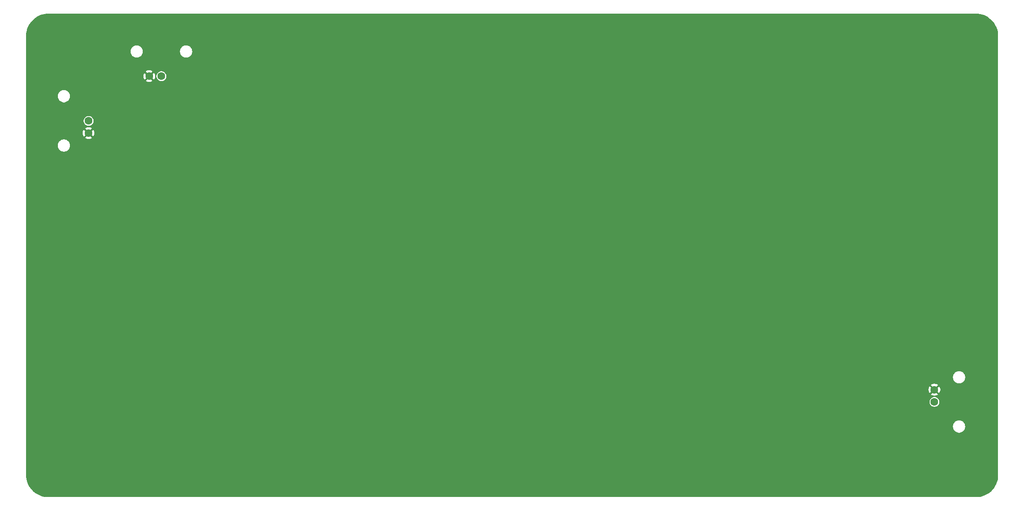
<source format=gbr>
%TF.GenerationSoftware,KiCad,Pcbnew,9.0.3*%
%TF.CreationDate,2025-08-22T13:10:08-04:00*%
%TF.ProjectId,PCB Transmission Line,50434220-5472-4616-9e73-6d697373696f,1*%
%TF.SameCoordinates,Original*%
%TF.FileFunction,Copper,L2,Bot*%
%TF.FilePolarity,Positive*%
%FSLAX46Y46*%
G04 Gerber Fmt 4.6, Leading zero omitted, Abs format (unit mm)*
G04 Created by KiCad (PCBNEW 9.0.3) date 2025-08-22 13:10:08*
%MOMM*%
%LPD*%
G01*
G04 APERTURE LIST*
%TA.AperFunction,ComponentPad*%
%ADD10C,6.400000*%
%TD*%
%TA.AperFunction,ComponentPad*%
%ADD11C,1.600000*%
%TD*%
%TA.AperFunction,ViaPad*%
%ADD12C,0.700000*%
%TD*%
G04 APERTURE END LIST*
D10*
%TO.P,H2,1,1*%
%TO.N,GND*%
X55000000Y-55000000D03*
%TD*%
D11*
%TO.P,J2,1,1*%
%TO.N,Net-(J1-Pad1)*%
X78200000Y-63300000D03*
%TO.P,J2,2,2*%
%TO.N,GND*%
X75700000Y-63300000D03*
%TD*%
D10*
%TO.P,H1,1,1*%
%TO.N,GND*%
X55000000Y-145000000D03*
%TD*%
%TO.P,H4,1,1*%
%TO.N,GND*%
X245000000Y-145000000D03*
%TD*%
%TO.P,H3,1,1*%
%TO.N,GND*%
X245000000Y-55000000D03*
%TD*%
D11*
%TO.P,J3,1,1*%
%TO.N,Net-(J1-Pad1)*%
X236450000Y-130000000D03*
%TO.P,J3,2,2*%
%TO.N,GND*%
X236450000Y-127500000D03*
%TD*%
%TO.P,J1,1,1*%
%TO.N,Net-(J1-Pad1)*%
X63300000Y-72450000D03*
%TO.P,J1,2,2*%
%TO.N,GND*%
X63300000Y-74950000D03*
%TD*%
D12*
%TO.N,GND*%
X115000000Y-55000000D03*
X125000000Y-130000000D03*
X230000000Y-130000000D03*
X160000000Y-60000000D03*
X100000000Y-75000000D03*
X75000000Y-125000000D03*
X60000000Y-145000000D03*
X75000000Y-115000000D03*
X145000000Y-145000000D03*
X100000000Y-70000000D03*
X120000000Y-65000000D03*
X60000000Y-95000000D03*
X225000000Y-125000000D03*
X175000000Y-60000000D03*
X200000000Y-95000000D03*
X225000000Y-120000000D03*
X125000000Y-120000000D03*
X245000000Y-130000000D03*
X90000000Y-95000000D03*
X120000000Y-95000000D03*
X105000000Y-85000000D03*
X80000000Y-75000000D03*
X205000000Y-85000000D03*
X60000000Y-100000000D03*
X95000000Y-120000000D03*
X150000000Y-90000000D03*
X210000000Y-115000000D03*
X115000000Y-115000000D03*
X115000000Y-100000000D03*
X225000000Y-95000000D03*
X65000000Y-60000000D03*
X170000000Y-110000000D03*
X70000000Y-115000000D03*
X220000000Y-60000000D03*
X185000000Y-135000000D03*
X100000000Y-140000000D03*
X135000000Y-70000000D03*
X230000000Y-65000000D03*
X85000000Y-60000000D03*
X140000000Y-135000000D03*
X180000000Y-125000000D03*
X205000000Y-115000000D03*
X220000000Y-95000000D03*
X225000000Y-90000000D03*
X120000000Y-120000000D03*
X125000000Y-140000000D03*
X215000000Y-140000000D03*
X115000000Y-125000000D03*
X100000000Y-130000000D03*
X115000000Y-85000000D03*
X95000000Y-130000000D03*
X135000000Y-120000000D03*
X145000000Y-105000000D03*
X235000000Y-105000000D03*
X180000000Y-85000000D03*
X55000000Y-70000000D03*
X180000000Y-100000000D03*
X215000000Y-95000000D03*
X190000000Y-55000000D03*
X240000000Y-130000000D03*
X85000000Y-75000000D03*
X75000000Y-70000000D03*
X125000000Y-110000000D03*
X215000000Y-135000000D03*
X210000000Y-80000000D03*
X240000000Y-105000000D03*
X120000000Y-145000000D03*
X70000000Y-55000000D03*
X105000000Y-100000000D03*
X180000000Y-60000000D03*
X225000000Y-115000000D03*
X135000000Y-115000000D03*
X220000000Y-110000000D03*
X215000000Y-110000000D03*
X55000000Y-140000000D03*
X95000000Y-55000000D03*
X95000000Y-115000000D03*
X185000000Y-80000000D03*
X190000000Y-135000000D03*
X155000000Y-85000000D03*
X115000000Y-80000000D03*
X165000000Y-60000000D03*
X205000000Y-140000000D03*
X160000000Y-115000000D03*
X155000000Y-110000000D03*
X110000000Y-135000000D03*
X90000000Y-125000000D03*
X205000000Y-120000000D03*
X155000000Y-80000000D03*
X175000000Y-80000000D03*
X105000000Y-60000000D03*
X190000000Y-75000000D03*
X195000000Y-130000000D03*
X140000000Y-75000000D03*
X215000000Y-60000000D03*
X200000000Y-75000000D03*
X155000000Y-70000000D03*
X155000000Y-135000000D03*
X140000000Y-85000000D03*
X90000000Y-75000000D03*
X140000000Y-95000000D03*
X130000000Y-95000000D03*
X220000000Y-135000000D03*
X75000000Y-145000000D03*
X235000000Y-100000000D03*
X55000000Y-115000000D03*
X55000000Y-110000000D03*
X65000000Y-100000000D03*
X175000000Y-130000000D03*
X75000000Y-130000000D03*
X100000000Y-120000000D03*
X75000000Y-135000000D03*
X110000000Y-60000000D03*
X80000000Y-65000000D03*
X135000000Y-110000000D03*
X210000000Y-130000000D03*
X70000000Y-110000000D03*
X245000000Y-75000000D03*
X150000000Y-60000000D03*
X130000000Y-145000000D03*
X90000000Y-110000000D03*
X190000000Y-140000000D03*
X185000000Y-70000000D03*
X215000000Y-70000000D03*
X135000000Y-140000000D03*
X70000000Y-145000000D03*
X160000000Y-80000000D03*
X70000000Y-100000000D03*
X60000000Y-85000000D03*
X195000000Y-70000000D03*
X235000000Y-135000000D03*
X100000000Y-65000000D03*
X205000000Y-135000000D03*
X245000000Y-120000000D03*
X110000000Y-90000000D03*
X70000000Y-70000000D03*
X220000000Y-55000000D03*
X200000000Y-85000000D03*
X125000000Y-70000000D03*
X105000000Y-125000000D03*
X180000000Y-140000000D03*
X105000000Y-105000000D03*
X80000000Y-130000000D03*
X155000000Y-105000000D03*
X90000000Y-135000000D03*
X170000000Y-95000000D03*
X55000000Y-130000000D03*
X155000000Y-125000000D03*
X180000000Y-120000000D03*
X55000000Y-125000000D03*
X105000000Y-135000000D03*
X110000000Y-85000000D03*
X60000000Y-135000000D03*
X145000000Y-80000000D03*
X105000000Y-115000000D03*
X160000000Y-85000000D03*
X195000000Y-80000000D03*
X130000000Y-100000000D03*
X65000000Y-55000000D03*
X85000000Y-125000000D03*
X75000000Y-85000000D03*
X240000000Y-80000000D03*
X150000000Y-100000000D03*
X170000000Y-100000000D03*
X145000000Y-140000000D03*
X150000000Y-130000000D03*
X140000000Y-100000000D03*
X195000000Y-115000000D03*
X140000000Y-70000000D03*
X205000000Y-130000000D03*
X170000000Y-135000000D03*
X120000000Y-115000000D03*
X230000000Y-85000000D03*
X80000000Y-70000000D03*
X85000000Y-115000000D03*
X150000000Y-95000000D03*
X145000000Y-90000000D03*
X105000000Y-130000000D03*
X55000000Y-105000000D03*
X80000000Y-125000000D03*
X220000000Y-80000000D03*
X170000000Y-70000000D03*
X135000000Y-105000000D03*
X240000000Y-65000000D03*
X75000000Y-105000000D03*
X245000000Y-90000000D03*
X220000000Y-130000000D03*
X150000000Y-145000000D03*
X120000000Y-55000000D03*
X240000000Y-100000000D03*
X175000000Y-55000000D03*
X170000000Y-85000000D03*
X165000000Y-130000000D03*
X75000000Y-140000000D03*
X105000000Y-110000000D03*
X75000000Y-95000000D03*
X100000000Y-55000000D03*
X120000000Y-130000000D03*
X90000000Y-145000000D03*
X200000000Y-100000000D03*
X85000000Y-90000000D03*
X240000000Y-55000000D03*
X145000000Y-115000000D03*
X210000000Y-145000000D03*
X55000000Y-60000000D03*
X170000000Y-75000000D03*
X85000000Y-130000000D03*
X125000000Y-100000000D03*
X245000000Y-100000000D03*
X190000000Y-110000000D03*
X155000000Y-95000000D03*
X220000000Y-90000000D03*
X145000000Y-130000000D03*
X195000000Y-60000000D03*
X210000000Y-110000000D03*
X220000000Y-125000000D03*
X225000000Y-65000000D03*
X165000000Y-115000000D03*
X125000000Y-80000000D03*
X165000000Y-65000000D03*
X205000000Y-90000000D03*
X90000000Y-80000000D03*
X180000000Y-95000000D03*
X190000000Y-60000000D03*
X160000000Y-120000000D03*
X60000000Y-105000000D03*
X230000000Y-55000000D03*
X100000000Y-135000000D03*
X100000000Y-100000000D03*
X140000000Y-105000000D03*
X185000000Y-60000000D03*
X65000000Y-135000000D03*
X245000000Y-65000000D03*
X225000000Y-110000000D03*
X135000000Y-100000000D03*
X230000000Y-80000000D03*
X155000000Y-120000000D03*
X130000000Y-135000000D03*
X145000000Y-75000000D03*
X175000000Y-140000000D03*
X235000000Y-60000000D03*
X130000000Y-70000000D03*
X185000000Y-55000000D03*
X215000000Y-65000000D03*
X205000000Y-70000000D03*
X220000000Y-65000000D03*
X235000000Y-90000000D03*
X60000000Y-110000000D03*
X65000000Y-80000000D03*
X65000000Y-65000000D03*
X145000000Y-125000000D03*
X180000000Y-70000000D03*
X210000000Y-100000000D03*
X200000000Y-125000000D03*
X150000000Y-110000000D03*
X185000000Y-90000000D03*
X100000000Y-80000000D03*
X150000000Y-125000000D03*
X70000000Y-140000000D03*
X100000000Y-105000000D03*
X210000000Y-120000000D03*
X240000000Y-70000000D03*
X100000000Y-125000000D03*
X110000000Y-105000000D03*
X240000000Y-85000000D03*
X90000000Y-85000000D03*
X85000000Y-55000000D03*
X140000000Y-60000000D03*
X150000000Y-85000000D03*
X80000000Y-110000000D03*
X210000000Y-95000000D03*
X210000000Y-55000000D03*
X235000000Y-65000000D03*
X70000000Y-120000000D03*
X85000000Y-120000000D03*
X235000000Y-110000000D03*
X55000000Y-85000000D03*
X240000000Y-90000000D03*
X175000000Y-100000000D03*
X170000000Y-90000000D03*
X185000000Y-75000000D03*
X195000000Y-85000000D03*
X125000000Y-135000000D03*
X240000000Y-60000000D03*
X205000000Y-60000000D03*
X150000000Y-75000000D03*
X125000000Y-65000000D03*
X205000000Y-95000000D03*
X210000000Y-85000000D03*
X95000000Y-90000000D03*
X110000000Y-120000000D03*
X75000000Y-90000000D03*
X175000000Y-90000000D03*
X175000000Y-145000000D03*
X195000000Y-75000000D03*
X155000000Y-100000000D03*
X245000000Y-115000000D03*
X65000000Y-115000000D03*
X225000000Y-105000000D03*
X105000000Y-55000000D03*
X115000000Y-145000000D03*
X155000000Y-90000000D03*
X125000000Y-55000000D03*
X125000000Y-95000000D03*
X130000000Y-90000000D03*
X120000000Y-75000000D03*
X215000000Y-85000000D03*
X235000000Y-130000000D03*
X95000000Y-95000000D03*
X210000000Y-135000000D03*
X200000000Y-65000000D03*
X230000000Y-95000000D03*
X205000000Y-80000000D03*
X220000000Y-75000000D03*
X190000000Y-120000000D03*
X230000000Y-125000000D03*
X165000000Y-95000000D03*
X155000000Y-115000000D03*
X75000000Y-100000000D03*
X180000000Y-135000000D03*
X75000000Y-55000000D03*
X60000000Y-65000000D03*
X225000000Y-85000000D03*
X175000000Y-65000000D03*
X210000000Y-140000000D03*
X230000000Y-70000000D03*
X200000000Y-135000000D03*
X165000000Y-145000000D03*
X145000000Y-55000000D03*
X205000000Y-100000000D03*
X100000000Y-145000000D03*
X190000000Y-100000000D03*
X190000000Y-80000000D03*
X205000000Y-65000000D03*
X175000000Y-105000000D03*
X95000000Y-65000000D03*
X160000000Y-100000000D03*
X95000000Y-85000000D03*
X215000000Y-80000000D03*
X180000000Y-80000000D03*
X55000000Y-120000000D03*
X85000000Y-145000000D03*
X80000000Y-85000000D03*
X195000000Y-135000000D03*
X125000000Y-125000000D03*
X140000000Y-110000000D03*
X55000000Y-90000000D03*
X90000000Y-140000000D03*
X175000000Y-115000000D03*
X215000000Y-145000000D03*
X70000000Y-85000000D03*
X210000000Y-125000000D03*
X95000000Y-110000000D03*
X110000000Y-65000000D03*
X115000000Y-130000000D03*
X160000000Y-70000000D03*
X160000000Y-125000000D03*
X80000000Y-90000000D03*
X140000000Y-115000000D03*
X165000000Y-85000000D03*
X145000000Y-135000000D03*
X180000000Y-105000000D03*
X100000000Y-115000000D03*
X70000000Y-60000000D03*
X135000000Y-60000000D03*
X215000000Y-125000000D03*
X100000000Y-60000000D03*
X85000000Y-140000000D03*
X200000000Y-115000000D03*
X120000000Y-90000000D03*
X195000000Y-145000000D03*
X235000000Y-145000000D03*
X80000000Y-80000000D03*
X220000000Y-115000000D03*
X150000000Y-120000000D03*
X175000000Y-70000000D03*
X155000000Y-140000000D03*
X160000000Y-135000000D03*
X60000000Y-80000000D03*
X175000000Y-85000000D03*
X105000000Y-80000000D03*
X110000000Y-145000000D03*
X185000000Y-120000000D03*
X235000000Y-75000000D03*
X60000000Y-70000000D03*
X200000000Y-60000000D03*
X155000000Y-75000000D03*
X215000000Y-105000000D03*
X190000000Y-85000000D03*
X60000000Y-75000000D03*
X145000000Y-85000000D03*
X195000000Y-110000000D03*
X115000000Y-140000000D03*
X190000000Y-70000000D03*
X90000000Y-90000000D03*
X65000000Y-120000000D03*
X245000000Y-95000000D03*
X120000000Y-140000000D03*
X60000000Y-125000000D03*
X135000000Y-145000000D03*
X245000000Y-60000000D03*
X195000000Y-100000000D03*
X235000000Y-85000000D03*
X165000000Y-90000000D03*
X190000000Y-65000000D03*
X105000000Y-145000000D03*
X215000000Y-100000000D03*
X160000000Y-145000000D03*
X65000000Y-130000000D03*
X150000000Y-115000000D03*
X155000000Y-60000000D03*
X170000000Y-60000000D03*
X225000000Y-145000000D03*
X210000000Y-105000000D03*
X140000000Y-145000000D03*
X115000000Y-70000000D03*
X60000000Y-140000000D03*
X200000000Y-105000000D03*
X90000000Y-105000000D03*
X240000000Y-145000000D03*
X135000000Y-75000000D03*
X65000000Y-105000000D03*
X145000000Y-100000000D03*
X245000000Y-125000000D03*
X180000000Y-115000000D03*
X70000000Y-75000000D03*
X200000000Y-80000000D03*
X80000000Y-140000000D03*
X200000000Y-120000000D03*
X180000000Y-130000000D03*
X110000000Y-100000000D03*
X85000000Y-100000000D03*
X200000000Y-55000000D03*
X60000000Y-60000000D03*
X170000000Y-120000000D03*
X80000000Y-55000000D03*
X140000000Y-130000000D03*
X200000000Y-110000000D03*
X205000000Y-110000000D03*
X170000000Y-140000000D03*
X165000000Y-100000000D03*
X130000000Y-65000000D03*
X170000000Y-105000000D03*
X115000000Y-75000000D03*
X185000000Y-95000000D03*
X95000000Y-140000000D03*
X225000000Y-135000000D03*
X125000000Y-85000000D03*
X90000000Y-120000000D03*
X220000000Y-140000000D03*
X180000000Y-65000000D03*
X125000000Y-90000000D03*
X115000000Y-65000000D03*
X115000000Y-60000000D03*
X75000000Y-80000000D03*
X160000000Y-140000000D03*
X160000000Y-105000000D03*
X185000000Y-100000000D03*
X165000000Y-70000000D03*
X170000000Y-55000000D03*
X245000000Y-80000000D03*
X195000000Y-105000000D03*
X130000000Y-85000000D03*
X135000000Y-125000000D03*
X110000000Y-95000000D03*
X150000000Y-55000000D03*
X215000000Y-130000000D03*
X120000000Y-125000000D03*
X170000000Y-130000000D03*
X95000000Y-80000000D03*
X95000000Y-100000000D03*
X240000000Y-115000000D03*
X180000000Y-145000000D03*
X125000000Y-105000000D03*
X220000000Y-105000000D03*
X175000000Y-135000000D03*
X85000000Y-85000000D03*
X105000000Y-120000000D03*
X135000000Y-90000000D03*
X100000000Y-85000000D03*
X225000000Y-70000000D03*
X70000000Y-80000000D03*
X150000000Y-135000000D03*
X55000000Y-100000000D03*
X200000000Y-145000000D03*
X85000000Y-110000000D03*
X135000000Y-55000000D03*
X125000000Y-60000000D03*
X160000000Y-110000000D03*
X225000000Y-75000000D03*
X170000000Y-125000000D03*
X245000000Y-105000000D03*
X230000000Y-145000000D03*
X85000000Y-80000000D03*
X235000000Y-55000000D03*
X75000000Y-65000000D03*
X130000000Y-140000000D03*
X175000000Y-120000000D03*
X140000000Y-55000000D03*
X240000000Y-75000000D03*
X85000000Y-70000000D03*
X65000000Y-70000000D03*
X230000000Y-90000000D03*
X120000000Y-85000000D03*
X115000000Y-110000000D03*
X145000000Y-70000000D03*
X105000000Y-95000000D03*
X205000000Y-55000000D03*
X245000000Y-85000000D03*
X95000000Y-135000000D03*
X110000000Y-70000000D03*
X165000000Y-105000000D03*
X155000000Y-55000000D03*
X75000000Y-60000000D03*
X225000000Y-130000000D03*
X235000000Y-140000000D03*
X235000000Y-120000000D03*
X185000000Y-145000000D03*
X115000000Y-105000000D03*
X110000000Y-140000000D03*
X135000000Y-85000000D03*
X200000000Y-140000000D03*
X100000000Y-90000000D03*
X185000000Y-105000000D03*
X55000000Y-135000000D03*
X145000000Y-65000000D03*
X165000000Y-140000000D03*
X155000000Y-130000000D03*
X80000000Y-145000000D03*
X235000000Y-125000000D03*
X215000000Y-90000000D03*
X195000000Y-120000000D03*
X190000000Y-90000000D03*
X130000000Y-75000000D03*
X225000000Y-140000000D03*
X245000000Y-140000000D03*
X150000000Y-80000000D03*
X180000000Y-75000000D03*
X230000000Y-110000000D03*
X230000000Y-120000000D03*
X105000000Y-65000000D03*
X95000000Y-105000000D03*
X80000000Y-100000000D03*
X190000000Y-145000000D03*
X170000000Y-80000000D03*
X220000000Y-70000000D03*
X125000000Y-75000000D03*
X170000000Y-145000000D03*
X70000000Y-95000000D03*
X75000000Y-120000000D03*
X200000000Y-130000000D03*
X180000000Y-110000000D03*
X65000000Y-145000000D03*
X120000000Y-80000000D03*
X185000000Y-125000000D03*
X195000000Y-95000000D03*
X85000000Y-95000000D03*
X100000000Y-95000000D03*
X130000000Y-115000000D03*
X130000000Y-110000000D03*
X75000000Y-75000000D03*
X235000000Y-115000000D03*
X80000000Y-95000000D03*
X225000000Y-60000000D03*
X200000000Y-90000000D03*
X185000000Y-130000000D03*
X110000000Y-55000000D03*
X205000000Y-145000000D03*
X230000000Y-60000000D03*
X195000000Y-125000000D03*
X65000000Y-110000000D03*
X165000000Y-55000000D03*
X190000000Y-125000000D03*
X245000000Y-70000000D03*
X245000000Y-110000000D03*
X145000000Y-95000000D03*
X165000000Y-110000000D03*
X65000000Y-125000000D03*
X90000000Y-130000000D03*
X155000000Y-65000000D03*
X240000000Y-140000000D03*
X170000000Y-115000000D03*
X145000000Y-110000000D03*
X210000000Y-90000000D03*
X175000000Y-110000000D03*
X105000000Y-70000000D03*
X140000000Y-120000000D03*
X120000000Y-60000000D03*
X85000000Y-105000000D03*
X235000000Y-80000000D03*
X160000000Y-65000000D03*
X130000000Y-60000000D03*
X150000000Y-65000000D03*
X100000000Y-110000000D03*
X110000000Y-80000000D03*
X80000000Y-60000000D03*
X55000000Y-95000000D03*
X230000000Y-140000000D03*
X55000000Y-75000000D03*
X140000000Y-90000000D03*
X60000000Y-120000000D03*
X165000000Y-75000000D03*
X195000000Y-140000000D03*
X185000000Y-140000000D03*
X160000000Y-95000000D03*
X135000000Y-65000000D03*
X230000000Y-105000000D03*
X125000000Y-145000000D03*
X140000000Y-80000000D03*
X65000000Y-75000000D03*
X215000000Y-115000000D03*
X80000000Y-115000000D03*
X130000000Y-80000000D03*
X230000000Y-115000000D03*
X120000000Y-100000000D03*
X115000000Y-90000000D03*
X220000000Y-100000000D03*
X225000000Y-80000000D03*
X235000000Y-95000000D03*
X85000000Y-65000000D03*
X170000000Y-65000000D03*
X70000000Y-130000000D03*
X90000000Y-100000000D03*
X70000000Y-105000000D03*
X200000000Y-70000000D03*
X115000000Y-95000000D03*
X185000000Y-110000000D03*
X110000000Y-75000000D03*
X195000000Y-90000000D03*
X225000000Y-100000000D03*
X115000000Y-120000000D03*
X65000000Y-90000000D03*
X230000000Y-100000000D03*
X105000000Y-90000000D03*
X210000000Y-75000000D03*
X155000000Y-145000000D03*
X115000000Y-135000000D03*
X165000000Y-120000000D03*
X150000000Y-140000000D03*
X195000000Y-65000000D03*
X130000000Y-120000000D03*
X165000000Y-125000000D03*
X165000000Y-135000000D03*
X245000000Y-135000000D03*
X220000000Y-145000000D03*
X55000000Y-65000000D03*
X180000000Y-55000000D03*
X135000000Y-80000000D03*
X175000000Y-95000000D03*
X175000000Y-75000000D03*
X240000000Y-120000000D03*
X125000000Y-115000000D03*
X120000000Y-110000000D03*
X85000000Y-135000000D03*
X240000000Y-95000000D03*
X230000000Y-75000000D03*
X70000000Y-135000000D03*
X110000000Y-115000000D03*
X160000000Y-130000000D03*
X140000000Y-125000000D03*
X190000000Y-95000000D03*
X215000000Y-55000000D03*
X110000000Y-110000000D03*
X75000000Y-110000000D03*
X185000000Y-115000000D03*
X60000000Y-55000000D03*
X195000000Y-55000000D03*
X130000000Y-125000000D03*
X110000000Y-125000000D03*
X70000000Y-125000000D03*
X220000000Y-85000000D03*
X60000000Y-115000000D03*
X110000000Y-130000000D03*
X120000000Y-70000000D03*
X70000000Y-65000000D03*
X60000000Y-130000000D03*
X140000000Y-65000000D03*
X120000000Y-105000000D03*
X220000000Y-120000000D03*
X65000000Y-85000000D03*
X240000000Y-110000000D03*
X130000000Y-130000000D03*
X60000000Y-90000000D03*
X225000000Y-55000000D03*
X210000000Y-70000000D03*
X65000000Y-95000000D03*
X215000000Y-120000000D03*
X105000000Y-140000000D03*
X80000000Y-135000000D03*
X135000000Y-95000000D03*
X175000000Y-125000000D03*
X160000000Y-90000000D03*
X95000000Y-145000000D03*
X130000000Y-55000000D03*
X205000000Y-75000000D03*
X120000000Y-135000000D03*
X165000000Y-80000000D03*
X185000000Y-65000000D03*
X230000000Y-135000000D03*
X190000000Y-105000000D03*
X80000000Y-120000000D03*
X210000000Y-60000000D03*
X190000000Y-130000000D03*
X185000000Y-85000000D03*
X90000000Y-115000000D03*
X235000000Y-70000000D03*
X160000000Y-75000000D03*
X205000000Y-125000000D03*
X65000000Y-140000000D03*
X135000000Y-130000000D03*
X190000000Y-115000000D03*
X205000000Y-105000000D03*
X215000000Y-75000000D03*
X80000000Y-105000000D03*
X145000000Y-120000000D03*
X180000000Y-90000000D03*
X210000000Y-65000000D03*
X140000000Y-140000000D03*
X95000000Y-75000000D03*
X150000000Y-105000000D03*
X145000000Y-60000000D03*
X55000000Y-80000000D03*
X135000000Y-135000000D03*
X95000000Y-125000000D03*
X150000000Y-70000000D03*
X105000000Y-75000000D03*
X70000000Y-90000000D03*
X130000000Y-105000000D03*
X160000000Y-55000000D03*
%TD*%
%TA.AperFunction,Conductor*%
%TO.N,GND*%
G36*
X245002152Y-50500593D02*
G01*
X245387853Y-50517434D01*
X245396432Y-50518184D01*
X245777053Y-50568295D01*
X245785544Y-50569792D01*
X246160338Y-50652881D01*
X246168673Y-50655115D01*
X246534797Y-50770553D01*
X246542913Y-50773507D01*
X246897587Y-50920418D01*
X246905398Y-50924060D01*
X247245910Y-51101320D01*
X247253390Y-51105638D01*
X247577167Y-51311906D01*
X247584241Y-51316860D01*
X247888797Y-51550554D01*
X247895398Y-51556093D01*
X248178459Y-51815470D01*
X248184529Y-51821540D01*
X248443905Y-52104599D01*
X248449445Y-52111202D01*
X248683139Y-52415758D01*
X248688093Y-52422832D01*
X248894361Y-52746609D01*
X248898679Y-52754089D01*
X249075935Y-53094593D01*
X249079585Y-53102420D01*
X249226492Y-53457086D01*
X249229446Y-53465202D01*
X249344884Y-53831326D01*
X249347119Y-53839668D01*
X249430205Y-54214445D01*
X249431705Y-54222951D01*
X249481813Y-54603554D01*
X249482566Y-54612158D01*
X249499406Y-54997847D01*
X249499500Y-55002165D01*
X249499500Y-144997834D01*
X249499406Y-145002152D01*
X249482566Y-145387841D01*
X249481813Y-145396445D01*
X249431705Y-145777048D01*
X249430205Y-145785554D01*
X249347119Y-146160331D01*
X249344884Y-146168673D01*
X249229446Y-146534797D01*
X249226492Y-146542913D01*
X249079585Y-146897579D01*
X249075935Y-146905406D01*
X248898679Y-147245910D01*
X248894361Y-147253390D01*
X248688093Y-147577167D01*
X248683139Y-147584241D01*
X248449445Y-147888797D01*
X248443895Y-147895411D01*
X248184540Y-148178447D01*
X248178447Y-148184540D01*
X248162727Y-148198946D01*
X247895413Y-148443894D01*
X247888797Y-148449445D01*
X247584241Y-148683139D01*
X247577167Y-148688093D01*
X247253390Y-148894361D01*
X247245910Y-148898679D01*
X246905406Y-149075935D01*
X246897579Y-149079585D01*
X246542913Y-149226492D01*
X246534797Y-149229446D01*
X246168673Y-149344884D01*
X246160331Y-149347119D01*
X245785554Y-149430205D01*
X245777048Y-149431705D01*
X245396445Y-149481813D01*
X245387841Y-149482566D01*
X245002153Y-149499406D01*
X244997835Y-149499500D01*
X55002165Y-149499500D01*
X54997847Y-149499406D01*
X54612158Y-149482566D01*
X54603554Y-149481813D01*
X54222951Y-149431705D01*
X54214445Y-149430205D01*
X53839668Y-149347119D01*
X53831326Y-149344884D01*
X53465202Y-149229446D01*
X53457086Y-149226492D01*
X53102420Y-149079585D01*
X53094593Y-149075935D01*
X52754089Y-148898679D01*
X52746609Y-148894361D01*
X52422832Y-148688093D01*
X52415758Y-148683139D01*
X52111202Y-148449445D01*
X52104599Y-148443905D01*
X51821540Y-148184529D01*
X51815470Y-148178459D01*
X51556093Y-147895398D01*
X51550554Y-147888797D01*
X51316860Y-147584241D01*
X51311906Y-147577167D01*
X51105638Y-147253390D01*
X51101320Y-147245910D01*
X50924064Y-146905406D01*
X50920414Y-146897579D01*
X50773507Y-146542913D01*
X50770553Y-146534797D01*
X50655115Y-146168673D01*
X50652880Y-146160331D01*
X50569794Y-145785554D01*
X50568294Y-145777048D01*
X50555643Y-145680953D01*
X50518184Y-145396432D01*
X50517434Y-145387853D01*
X50500594Y-145002152D01*
X50500500Y-144997834D01*
X50500500Y-134951579D01*
X240249500Y-134951579D01*
X240249500Y-135148420D01*
X240280289Y-135342821D01*
X240280291Y-135342826D01*
X240341116Y-135530025D01*
X240430476Y-135705405D01*
X240546172Y-135864646D01*
X240685354Y-136003828D01*
X240844595Y-136119524D01*
X241019975Y-136208884D01*
X241207174Y-136269709D01*
X241207175Y-136269709D01*
X241207178Y-136269710D01*
X241401580Y-136300500D01*
X241401583Y-136300500D01*
X241598420Y-136300500D01*
X241792821Y-136269710D01*
X241792822Y-136269709D01*
X241792826Y-136269709D01*
X241980025Y-136208884D01*
X242155405Y-136119524D01*
X242314646Y-136003828D01*
X242453828Y-135864646D01*
X242569524Y-135705405D01*
X242658884Y-135530025D01*
X242719709Y-135342826D01*
X242750500Y-135148417D01*
X242750500Y-134951583D01*
X242750500Y-134951579D01*
X242719710Y-134757178D01*
X242719709Y-134757174D01*
X242658884Y-134569975D01*
X242569524Y-134394595D01*
X242453828Y-134235354D01*
X242314646Y-134096172D01*
X242155405Y-133980476D01*
X242155404Y-133980475D01*
X242155402Y-133980474D01*
X241980025Y-133891116D01*
X241792821Y-133830289D01*
X241598420Y-133799500D01*
X241598417Y-133799500D01*
X241401583Y-133799500D01*
X241401580Y-133799500D01*
X241207178Y-133830289D01*
X241019974Y-133891116D01*
X240844597Y-133980474D01*
X240685355Y-134096171D01*
X240546171Y-134235355D01*
X240430474Y-134394597D01*
X240341116Y-134569974D01*
X240280289Y-134757178D01*
X240249500Y-134951579D01*
X50500500Y-134951579D01*
X50500500Y-129901456D01*
X235449500Y-129901456D01*
X235449500Y-130098543D01*
X235487949Y-130291834D01*
X235487949Y-130291836D01*
X235563367Y-130473913D01*
X235563368Y-130473914D01*
X235672861Y-130637782D01*
X235812218Y-130777139D01*
X235976086Y-130886632D01*
X236158165Y-130962051D01*
X236351459Y-131000500D01*
X236351460Y-131000500D01*
X236548540Y-131000500D01*
X236548541Y-131000500D01*
X236741835Y-130962051D01*
X236923914Y-130886632D01*
X237087782Y-130777139D01*
X237227139Y-130637782D01*
X237336632Y-130473914D01*
X237412051Y-130291835D01*
X237450500Y-130098541D01*
X237450500Y-129901459D01*
X237412051Y-129708165D01*
X237336632Y-129526086D01*
X237227139Y-129362218D01*
X237087782Y-129222861D01*
X236923914Y-129113368D01*
X236923915Y-129113368D01*
X236923913Y-129113367D01*
X236741835Y-129037949D01*
X236548543Y-128999500D01*
X236548541Y-128999500D01*
X236351459Y-128999500D01*
X236351456Y-128999500D01*
X236158165Y-129037949D01*
X236158163Y-129037949D01*
X235976086Y-129113367D01*
X235812218Y-129222861D01*
X235812214Y-129222864D01*
X235672864Y-129362214D01*
X235672861Y-129362218D01*
X235563367Y-129526086D01*
X235487949Y-129708163D01*
X235487949Y-129708165D01*
X235449500Y-129901456D01*
X50500500Y-129901456D01*
X50500500Y-127405554D01*
X235250000Y-127405554D01*
X235250000Y-127594445D01*
X235279546Y-127780996D01*
X235337914Y-127960635D01*
X235423667Y-128128936D01*
X235423671Y-128128942D01*
X235471871Y-128195283D01*
X236022804Y-127644349D01*
X236030667Y-127673694D01*
X236089910Y-127776306D01*
X236173694Y-127860090D01*
X236276306Y-127919333D01*
X236305646Y-127927194D01*
X235754715Y-128478126D01*
X235754715Y-128478127D01*
X235821057Y-128526328D01*
X235821063Y-128526332D01*
X235989364Y-128612085D01*
X236169003Y-128670453D01*
X236355555Y-128700000D01*
X236544445Y-128700000D01*
X236730996Y-128670453D01*
X236910635Y-128612085D01*
X237078939Y-128526330D01*
X237145283Y-128478127D01*
X236594351Y-127927195D01*
X236623694Y-127919333D01*
X236726306Y-127860090D01*
X236810090Y-127776306D01*
X236869333Y-127673694D01*
X236877195Y-127644351D01*
X237428127Y-128195283D01*
X237476330Y-128128939D01*
X237562085Y-127960635D01*
X237620453Y-127780996D01*
X237650000Y-127594445D01*
X237650000Y-127405554D01*
X237620453Y-127219003D01*
X237562085Y-127039364D01*
X237476332Y-126871063D01*
X237476328Y-126871057D01*
X237428127Y-126804715D01*
X237428126Y-126804715D01*
X236877194Y-127355646D01*
X236869333Y-127326306D01*
X236810090Y-127223694D01*
X236726306Y-127139910D01*
X236623694Y-127080667D01*
X236594349Y-127072804D01*
X237145283Y-126521871D01*
X237078942Y-126473671D01*
X237078936Y-126473667D01*
X236910635Y-126387914D01*
X236730996Y-126329546D01*
X236544445Y-126300000D01*
X236355555Y-126300000D01*
X236169003Y-126329546D01*
X235989364Y-126387914D01*
X235821063Y-126473667D01*
X235821059Y-126473669D01*
X235754715Y-126521871D01*
X236305648Y-127072804D01*
X236276306Y-127080667D01*
X236173694Y-127139910D01*
X236089910Y-127223694D01*
X236030667Y-127326306D01*
X236022804Y-127355648D01*
X235471871Y-126804715D01*
X235423669Y-126871059D01*
X235423667Y-126871063D01*
X235337914Y-127039364D01*
X235279546Y-127219003D01*
X235250000Y-127405554D01*
X50500500Y-127405554D01*
X50500500Y-124851579D01*
X240249500Y-124851579D01*
X240249500Y-125048420D01*
X240280289Y-125242821D01*
X240280291Y-125242826D01*
X240341116Y-125430025D01*
X240430476Y-125605405D01*
X240546172Y-125764646D01*
X240685354Y-125903828D01*
X240844595Y-126019524D01*
X241019975Y-126108884D01*
X241207174Y-126169709D01*
X241207175Y-126169709D01*
X241207178Y-126169710D01*
X241401580Y-126200500D01*
X241401583Y-126200500D01*
X241598420Y-126200500D01*
X241792821Y-126169710D01*
X241792822Y-126169709D01*
X241792826Y-126169709D01*
X241980025Y-126108884D01*
X242155405Y-126019524D01*
X242314646Y-125903828D01*
X242453828Y-125764646D01*
X242569524Y-125605405D01*
X242658884Y-125430025D01*
X242719709Y-125242826D01*
X242750500Y-125048417D01*
X242750500Y-124851583D01*
X242750500Y-124851579D01*
X242719710Y-124657178D01*
X242719709Y-124657174D01*
X242658884Y-124469975D01*
X242569524Y-124294595D01*
X242453828Y-124135354D01*
X242314646Y-123996172D01*
X242155405Y-123880476D01*
X242155404Y-123880475D01*
X242155402Y-123880474D01*
X241980025Y-123791116D01*
X241792821Y-123730289D01*
X241598420Y-123699500D01*
X241598417Y-123699500D01*
X241401583Y-123699500D01*
X241401580Y-123699500D01*
X241207178Y-123730289D01*
X241019974Y-123791116D01*
X240844597Y-123880474D01*
X240685355Y-123996171D01*
X240546171Y-124135355D01*
X240430474Y-124294597D01*
X240341116Y-124469974D01*
X240280289Y-124657178D01*
X240249500Y-124851579D01*
X50500500Y-124851579D01*
X50500500Y-77401579D01*
X56999500Y-77401579D01*
X56999500Y-77598420D01*
X57030289Y-77792821D01*
X57030291Y-77792826D01*
X57091116Y-77980025D01*
X57180476Y-78155405D01*
X57296172Y-78314646D01*
X57435354Y-78453828D01*
X57594595Y-78569524D01*
X57769975Y-78658884D01*
X57957174Y-78719709D01*
X57957175Y-78719709D01*
X57957178Y-78719710D01*
X58151580Y-78750500D01*
X58151583Y-78750500D01*
X58348420Y-78750500D01*
X58542821Y-78719710D01*
X58542822Y-78719709D01*
X58542826Y-78719709D01*
X58730025Y-78658884D01*
X58905405Y-78569524D01*
X59064646Y-78453828D01*
X59203828Y-78314646D01*
X59319524Y-78155405D01*
X59408884Y-77980025D01*
X59469709Y-77792826D01*
X59500500Y-77598417D01*
X59500500Y-77401583D01*
X59500500Y-77401579D01*
X59469710Y-77207178D01*
X59469709Y-77207174D01*
X59408884Y-77019975D01*
X59319524Y-76844595D01*
X59203828Y-76685354D01*
X59064646Y-76546172D01*
X58905405Y-76430476D01*
X58905404Y-76430475D01*
X58905402Y-76430474D01*
X58730025Y-76341116D01*
X58542821Y-76280289D01*
X58348420Y-76249500D01*
X58348417Y-76249500D01*
X58151583Y-76249500D01*
X58151580Y-76249500D01*
X57957178Y-76280289D01*
X57769974Y-76341116D01*
X57594597Y-76430474D01*
X57435355Y-76546171D01*
X57296171Y-76685355D01*
X57180474Y-76844597D01*
X57091116Y-77019974D01*
X57030289Y-77207178D01*
X56999500Y-77401579D01*
X50500500Y-77401579D01*
X50500500Y-74855554D01*
X62100000Y-74855554D01*
X62100000Y-75044445D01*
X62129546Y-75230996D01*
X62187914Y-75410635D01*
X62273667Y-75578936D01*
X62273671Y-75578942D01*
X62321871Y-75645283D01*
X62872804Y-75094349D01*
X62880667Y-75123694D01*
X62939910Y-75226306D01*
X63023694Y-75310090D01*
X63126306Y-75369333D01*
X63155646Y-75377194D01*
X62604715Y-75928126D01*
X62604715Y-75928127D01*
X62671057Y-75976328D01*
X62671063Y-75976332D01*
X62839364Y-76062085D01*
X63019003Y-76120453D01*
X63205555Y-76150000D01*
X63394445Y-76150000D01*
X63580996Y-76120453D01*
X63760635Y-76062085D01*
X63928939Y-75976330D01*
X63995283Y-75928127D01*
X63444351Y-75377195D01*
X63473694Y-75369333D01*
X63576306Y-75310090D01*
X63660090Y-75226306D01*
X63719333Y-75123694D01*
X63727195Y-75094351D01*
X64278127Y-75645283D01*
X64326330Y-75578939D01*
X64412085Y-75410635D01*
X64470453Y-75230996D01*
X64500000Y-75044445D01*
X64500000Y-74855554D01*
X64470453Y-74669003D01*
X64412085Y-74489364D01*
X64326332Y-74321063D01*
X64326328Y-74321057D01*
X64278127Y-74254715D01*
X64278126Y-74254715D01*
X63727194Y-74805646D01*
X63719333Y-74776306D01*
X63660090Y-74673694D01*
X63576306Y-74589910D01*
X63473694Y-74530667D01*
X63444349Y-74522804D01*
X63995283Y-73971871D01*
X63928942Y-73923671D01*
X63928936Y-73923667D01*
X63760635Y-73837914D01*
X63580996Y-73779546D01*
X63394445Y-73750000D01*
X63205555Y-73750000D01*
X63019003Y-73779546D01*
X62839364Y-73837914D01*
X62671063Y-73923667D01*
X62671059Y-73923669D01*
X62604715Y-73971871D01*
X63155648Y-74522804D01*
X63126306Y-74530667D01*
X63023694Y-74589910D01*
X62939910Y-74673694D01*
X62880667Y-74776306D01*
X62872804Y-74805648D01*
X62321871Y-74254715D01*
X62273669Y-74321059D01*
X62273667Y-74321063D01*
X62187914Y-74489364D01*
X62129546Y-74669003D01*
X62100000Y-74855554D01*
X50500500Y-74855554D01*
X50500500Y-72351456D01*
X62299500Y-72351456D01*
X62299500Y-72548543D01*
X62337949Y-72741834D01*
X62337949Y-72741836D01*
X62413367Y-72923913D01*
X62413368Y-72923914D01*
X62522861Y-73087782D01*
X62662218Y-73227139D01*
X62826086Y-73336632D01*
X63008165Y-73412051D01*
X63201459Y-73450500D01*
X63201460Y-73450500D01*
X63398540Y-73450500D01*
X63398541Y-73450500D01*
X63591835Y-73412051D01*
X63773914Y-73336632D01*
X63937782Y-73227139D01*
X64077139Y-73087782D01*
X64186632Y-72923914D01*
X64262051Y-72741835D01*
X64300500Y-72548541D01*
X64300500Y-72351459D01*
X64262051Y-72158165D01*
X64186632Y-71976086D01*
X64077139Y-71812218D01*
X63937782Y-71672861D01*
X63773914Y-71563368D01*
X63773915Y-71563368D01*
X63773913Y-71563367D01*
X63591835Y-71487949D01*
X63398543Y-71449500D01*
X63398541Y-71449500D01*
X63201459Y-71449500D01*
X63201456Y-71449500D01*
X63008165Y-71487949D01*
X63008163Y-71487949D01*
X62826086Y-71563367D01*
X62662218Y-71672861D01*
X62662214Y-71672864D01*
X62522864Y-71812214D01*
X62522861Y-71812218D01*
X62413367Y-71976086D01*
X62337949Y-72158163D01*
X62337949Y-72158165D01*
X62299500Y-72351456D01*
X50500500Y-72351456D01*
X50500500Y-67301579D01*
X56999500Y-67301579D01*
X56999500Y-67498420D01*
X57030289Y-67692821D01*
X57030291Y-67692826D01*
X57091116Y-67880025D01*
X57180476Y-68055405D01*
X57296172Y-68214646D01*
X57435354Y-68353828D01*
X57594595Y-68469524D01*
X57769975Y-68558884D01*
X57957174Y-68619709D01*
X57957175Y-68619709D01*
X57957178Y-68619710D01*
X58151580Y-68650500D01*
X58151583Y-68650500D01*
X58348420Y-68650500D01*
X58542821Y-68619710D01*
X58542822Y-68619709D01*
X58542826Y-68619709D01*
X58730025Y-68558884D01*
X58905405Y-68469524D01*
X59064646Y-68353828D01*
X59203828Y-68214646D01*
X59319524Y-68055405D01*
X59408884Y-67880025D01*
X59469709Y-67692826D01*
X59500500Y-67498417D01*
X59500500Y-67301583D01*
X59500500Y-67301579D01*
X59469710Y-67107178D01*
X59469709Y-67107174D01*
X59408884Y-66919975D01*
X59319524Y-66744595D01*
X59203828Y-66585354D01*
X59064646Y-66446172D01*
X58905405Y-66330476D01*
X58905404Y-66330475D01*
X58905402Y-66330474D01*
X58730025Y-66241116D01*
X58542821Y-66180289D01*
X58348420Y-66149500D01*
X58348417Y-66149500D01*
X58151583Y-66149500D01*
X58151580Y-66149500D01*
X57957178Y-66180289D01*
X57769974Y-66241116D01*
X57594597Y-66330474D01*
X57435355Y-66446171D01*
X57296171Y-66585355D01*
X57180474Y-66744597D01*
X57091116Y-66919974D01*
X57030289Y-67107178D01*
X56999500Y-67301579D01*
X50500500Y-67301579D01*
X50500500Y-63205554D01*
X74500000Y-63205554D01*
X74500000Y-63394445D01*
X74529546Y-63580996D01*
X74587914Y-63760635D01*
X74673667Y-63928936D01*
X74673671Y-63928942D01*
X74721871Y-63995283D01*
X75272804Y-63444349D01*
X75280667Y-63473694D01*
X75339910Y-63576306D01*
X75423694Y-63660090D01*
X75526306Y-63719333D01*
X75555646Y-63727194D01*
X75004715Y-64278126D01*
X75004715Y-64278127D01*
X75071057Y-64326328D01*
X75071063Y-64326332D01*
X75239364Y-64412085D01*
X75419003Y-64470453D01*
X75605555Y-64500000D01*
X75794445Y-64500000D01*
X75980996Y-64470453D01*
X76160635Y-64412085D01*
X76328939Y-64326330D01*
X76395283Y-64278127D01*
X75844351Y-63727195D01*
X75873694Y-63719333D01*
X75976306Y-63660090D01*
X76060090Y-63576306D01*
X76119333Y-63473694D01*
X76127195Y-63444351D01*
X76678127Y-63995283D01*
X76726330Y-63928939D01*
X76812085Y-63760635D01*
X76870453Y-63580996D01*
X76900000Y-63394445D01*
X76900000Y-63205554D01*
X76899351Y-63201456D01*
X77199500Y-63201456D01*
X77199500Y-63201459D01*
X77199500Y-63398541D01*
X77236160Y-63582843D01*
X77237949Y-63591834D01*
X77237949Y-63591836D01*
X77313367Y-63773913D01*
X77313368Y-63773914D01*
X77422861Y-63937782D01*
X77562218Y-64077139D01*
X77726086Y-64186632D01*
X77908165Y-64262051D01*
X78101459Y-64300500D01*
X78101460Y-64300500D01*
X78298540Y-64300500D01*
X78298541Y-64300500D01*
X78491835Y-64262051D01*
X78673914Y-64186632D01*
X78837782Y-64077139D01*
X78977139Y-63937782D01*
X79086632Y-63773914D01*
X79162051Y-63591835D01*
X79200500Y-63398541D01*
X79200500Y-63201459D01*
X79162051Y-63008165D01*
X79086632Y-62826086D01*
X78977139Y-62662218D01*
X78837782Y-62522861D01*
X78673914Y-62413368D01*
X78673915Y-62413368D01*
X78673913Y-62413367D01*
X78491835Y-62337949D01*
X78298543Y-62299500D01*
X78298541Y-62299500D01*
X78101459Y-62299500D01*
X78101456Y-62299500D01*
X77908165Y-62337949D01*
X77908163Y-62337949D01*
X77726086Y-62413367D01*
X77562218Y-62522861D01*
X77562214Y-62522864D01*
X77422864Y-62662214D01*
X77422861Y-62662218D01*
X77313367Y-62826086D01*
X77237949Y-63008163D01*
X77237949Y-63008165D01*
X77199500Y-63201456D01*
X76899351Y-63201456D01*
X76870453Y-63019003D01*
X76812085Y-62839364D01*
X76726332Y-62671063D01*
X76726328Y-62671057D01*
X76678127Y-62604715D01*
X76678126Y-62604715D01*
X76127194Y-63155646D01*
X76119333Y-63126306D01*
X76060090Y-63023694D01*
X75976306Y-62939910D01*
X75873694Y-62880667D01*
X75844349Y-62872804D01*
X76395283Y-62321871D01*
X76328942Y-62273671D01*
X76328936Y-62273667D01*
X76160635Y-62187914D01*
X75980996Y-62129546D01*
X75794445Y-62100000D01*
X75605555Y-62100000D01*
X75419003Y-62129546D01*
X75239364Y-62187914D01*
X75071063Y-62273667D01*
X75071059Y-62273669D01*
X75004715Y-62321871D01*
X75555648Y-62872804D01*
X75526306Y-62880667D01*
X75423694Y-62939910D01*
X75339910Y-63023694D01*
X75280667Y-63126306D01*
X75272804Y-63155648D01*
X74721871Y-62604715D01*
X74673669Y-62671059D01*
X74673667Y-62671063D01*
X74587914Y-62839364D01*
X74529546Y-63019003D01*
X74500000Y-63205554D01*
X50500500Y-63205554D01*
X50500500Y-58151579D01*
X71899500Y-58151579D01*
X71899500Y-58348420D01*
X71930289Y-58542821D01*
X71930291Y-58542826D01*
X71991116Y-58730025D01*
X72080476Y-58905405D01*
X72196172Y-59064646D01*
X72335354Y-59203828D01*
X72494595Y-59319524D01*
X72669975Y-59408884D01*
X72857174Y-59469709D01*
X72857175Y-59469709D01*
X72857178Y-59469710D01*
X73051580Y-59500500D01*
X73051583Y-59500500D01*
X73248420Y-59500500D01*
X73442821Y-59469710D01*
X73442822Y-59469709D01*
X73442826Y-59469709D01*
X73630025Y-59408884D01*
X73805405Y-59319524D01*
X73964646Y-59203828D01*
X74103828Y-59064646D01*
X74219524Y-58905405D01*
X74308884Y-58730025D01*
X74369709Y-58542826D01*
X74400500Y-58348417D01*
X74400500Y-58151583D01*
X74400500Y-58151579D01*
X81999500Y-58151579D01*
X81999500Y-58348420D01*
X82030289Y-58542821D01*
X82030291Y-58542826D01*
X82091116Y-58730025D01*
X82180476Y-58905405D01*
X82296172Y-59064646D01*
X82435354Y-59203828D01*
X82594595Y-59319524D01*
X82769975Y-59408884D01*
X82957174Y-59469709D01*
X82957175Y-59469709D01*
X82957178Y-59469710D01*
X83151580Y-59500500D01*
X83151583Y-59500500D01*
X83348420Y-59500500D01*
X83542821Y-59469710D01*
X83542822Y-59469709D01*
X83542826Y-59469709D01*
X83730025Y-59408884D01*
X83905405Y-59319524D01*
X84064646Y-59203828D01*
X84203828Y-59064646D01*
X84319524Y-58905405D01*
X84408884Y-58730025D01*
X84469709Y-58542826D01*
X84500500Y-58348417D01*
X84500500Y-58151583D01*
X84500500Y-58151579D01*
X84469710Y-57957178D01*
X84469709Y-57957174D01*
X84408884Y-57769975D01*
X84319524Y-57594595D01*
X84203828Y-57435354D01*
X84064646Y-57296172D01*
X83905405Y-57180476D01*
X83905404Y-57180475D01*
X83905402Y-57180474D01*
X83730025Y-57091116D01*
X83542821Y-57030289D01*
X83348420Y-56999500D01*
X83348417Y-56999500D01*
X83151583Y-56999500D01*
X83151580Y-56999500D01*
X82957178Y-57030289D01*
X82769974Y-57091116D01*
X82594597Y-57180474D01*
X82435355Y-57296171D01*
X82296171Y-57435355D01*
X82180474Y-57594597D01*
X82091116Y-57769974D01*
X82030289Y-57957178D01*
X81999500Y-58151579D01*
X74400500Y-58151579D01*
X74369710Y-57957178D01*
X74369709Y-57957174D01*
X74308884Y-57769975D01*
X74219524Y-57594595D01*
X74103828Y-57435354D01*
X73964646Y-57296172D01*
X73805405Y-57180476D01*
X73805404Y-57180475D01*
X73805402Y-57180474D01*
X73630025Y-57091116D01*
X73442821Y-57030289D01*
X73248420Y-56999500D01*
X73248417Y-56999500D01*
X73051583Y-56999500D01*
X73051580Y-56999500D01*
X72857178Y-57030289D01*
X72669974Y-57091116D01*
X72494597Y-57180474D01*
X72335355Y-57296171D01*
X72196171Y-57435355D01*
X72080474Y-57594597D01*
X71991116Y-57769974D01*
X71930289Y-57957178D01*
X71899500Y-58151579D01*
X50500500Y-58151579D01*
X50500500Y-55002165D01*
X50500594Y-54997847D01*
X50510433Y-54772498D01*
X50517434Y-54612144D01*
X50518184Y-54603568D01*
X50568295Y-54222942D01*
X50569791Y-54214459D01*
X50652883Y-53839655D01*
X50655115Y-53831326D01*
X50770553Y-53465202D01*
X50773507Y-53457086D01*
X50785072Y-53429166D01*
X50920421Y-53102403D01*
X50924056Y-53094609D01*
X51101325Y-52754079D01*
X51105632Y-52746618D01*
X51311913Y-52422820D01*
X51316851Y-52415769D01*
X51550564Y-52111189D01*
X51556083Y-52104612D01*
X51815481Y-51821528D01*
X51821528Y-51815481D01*
X52104612Y-51556083D01*
X52111189Y-51550564D01*
X52415769Y-51316851D01*
X52422820Y-51311913D01*
X52746618Y-51105632D01*
X52754079Y-51101325D01*
X53094609Y-50924056D01*
X53102403Y-50920421D01*
X53457093Y-50773504D01*
X53465194Y-50770555D01*
X53831334Y-50655112D01*
X53839655Y-50652883D01*
X54214459Y-50569791D01*
X54222942Y-50568295D01*
X54603568Y-50518184D01*
X54612144Y-50517434D01*
X54997847Y-50500593D01*
X55002165Y-50500500D01*
X55065892Y-50500500D01*
X244934108Y-50500500D01*
X244997835Y-50500500D01*
X245002152Y-50500593D01*
G37*
%TD.AperFunction*%
%TD*%
M02*

</source>
